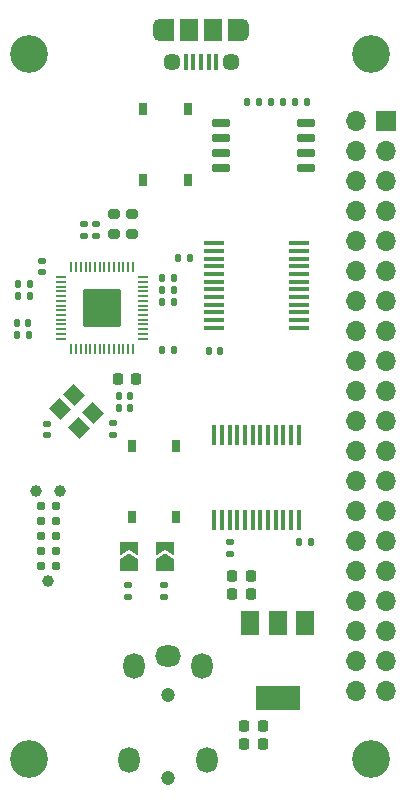
<source format=gbr>
%TF.GenerationSoftware,KiCad,Pcbnew,(6.0.4)*%
%TF.CreationDate,2022-04-15T12:14:50+02:00*%
%TF.ProjectId,rp2040_magslide_controller,72703230-3430-45f6-9d61-67736c696465,rev?*%
%TF.SameCoordinates,Original*%
%TF.FileFunction,Soldermask,Top*%
%TF.FilePolarity,Negative*%
%FSLAX46Y46*%
G04 Gerber Fmt 4.6, Leading zero omitted, Abs format (unit mm)*
G04 Created by KiCad (PCBNEW (6.0.4)) date 2022-04-15 12:14:50*
%MOMM*%
%LPD*%
G01*
G04 APERTURE LIST*
G04 Aperture macros list*
%AMRoundRect*
0 Rectangle with rounded corners*
0 $1 Rounding radius*
0 $2 $3 $4 $5 $6 $7 $8 $9 X,Y pos of 4 corners*
0 Add a 4 corners polygon primitive as box body*
4,1,4,$2,$3,$4,$5,$6,$7,$8,$9,$2,$3,0*
0 Add four circle primitives for the rounded corners*
1,1,$1+$1,$2,$3*
1,1,$1+$1,$4,$5*
1,1,$1+$1,$6,$7*
1,1,$1+$1,$8,$9*
0 Add four rect primitives between the rounded corners*
20,1,$1+$1,$2,$3,$4,$5,0*
20,1,$1+$1,$4,$5,$6,$7,0*
20,1,$1+$1,$6,$7,$8,$9,0*
20,1,$1+$1,$8,$9,$2,$3,0*%
%AMRotRect*
0 Rectangle, with rotation*
0 The origin of the aperture is its center*
0 $1 length*
0 $2 width*
0 $3 Rotation angle, in degrees counterclockwise*
0 Add horizontal line*
21,1,$1,$2,0,0,$3*%
%AMFreePoly0*
4,1,6,0.500000,-0.750000,-0.650000,-0.750000,-0.150000,0.000000,-0.650000,0.750000,0.500000,0.750000,0.500000,-0.750000,0.500000,-0.750000,$1*%
%AMFreePoly1*
4,1,6,1.000000,0.000000,0.500000,-0.750000,-0.500000,-0.750000,-0.500000,0.750000,0.500000,0.750000,1.000000,0.000000,1.000000,0.000000,$1*%
G04 Aperture macros list end*
%ADD10RoundRect,0.150000X-0.650000X-0.150000X0.650000X-0.150000X0.650000X0.150000X-0.650000X0.150000X0*%
%ADD11RoundRect,0.140000X0.140000X0.170000X-0.140000X0.170000X-0.140000X-0.170000X0.140000X-0.170000X0*%
%ADD12RoundRect,0.225000X0.225000X0.250000X-0.225000X0.250000X-0.225000X-0.250000X0.225000X-0.250000X0*%
%ADD13RotRect,1.400000X1.200000X135.000000*%
%ADD14R,1.750000X0.450000*%
%ADD15RoundRect,0.140000X-0.140000X-0.170000X0.140000X-0.170000X0.140000X0.170000X-0.140000X0.170000X0*%
%ADD16O,1.700000X1.700000*%
%ADD17R,1.700000X1.700000*%
%ADD18R,0.450000X1.750000*%
%ADD19O,1.800000X2.200000*%
%ADD20O,2.200000X1.800000*%
%ADD21C,1.200000*%
%ADD22R,1.200000X1.900000*%
%ADD23O,1.200000X1.900000*%
%ADD24R,1.500000X1.900000*%
%ADD25C,1.450000*%
%ADD26R,0.400000X1.350000*%
%ADD27RoundRect,0.225000X-0.225000X-0.250000X0.225000X-0.250000X0.225000X0.250000X-0.225000X0.250000X0*%
%ADD28RoundRect,0.135000X0.185000X-0.135000X0.185000X0.135000X-0.185000X0.135000X-0.185000X-0.135000X0*%
%ADD29RoundRect,0.140000X0.170000X-0.140000X0.170000X0.140000X-0.170000X0.140000X-0.170000X-0.140000X0*%
%ADD30FreePoly0,90.000000*%
%ADD31FreePoly1,90.000000*%
%ADD32C,3.200000*%
%ADD33R,0.750000X1.000000*%
%ADD34RoundRect,0.135000X-0.135000X-0.185000X0.135000X-0.185000X0.135000X0.185000X-0.135000X0.185000X0*%
%ADD35RoundRect,0.200000X0.275000X-0.200000X0.275000X0.200000X-0.275000X0.200000X-0.275000X-0.200000X0*%
%ADD36RoundRect,0.144000X-1.456000X-1.456000X1.456000X-1.456000X1.456000X1.456000X-1.456000X1.456000X0*%
%ADD37RoundRect,0.050000X-0.050000X-0.387500X0.050000X-0.387500X0.050000X0.387500X-0.050000X0.387500X0*%
%ADD38RoundRect,0.050000X-0.387500X-0.050000X0.387500X-0.050000X0.387500X0.050000X-0.387500X0.050000X0*%
%ADD39C,0.787400*%
%ADD40C,0.990600*%
%ADD41RoundRect,0.135000X-0.185000X0.135000X-0.185000X-0.135000X0.185000X-0.135000X0.185000X0.135000X0*%
%ADD42RoundRect,0.135000X0.135000X0.185000X-0.135000X0.185000X-0.135000X-0.185000X0.135000X-0.185000X0*%
%ADD43R,1.500000X2.000000*%
%ADD44R,3.800000X2.000000*%
G04 APERTURE END LIST*
D10*
%TO.C,U1*%
X180854800Y-87350600D03*
X180854800Y-88620600D03*
X180854800Y-89890600D03*
X180854800Y-91160600D03*
X188054800Y-91160600D03*
X188054800Y-89890600D03*
X188054800Y-88620600D03*
X188054800Y-87350600D03*
%TD*%
D11*
%TO.C,C14*%
X164586800Y-104269600D03*
X163626800Y-104269600D03*
%TD*%
D12*
%TO.C,C6*%
X184417000Y-138430000D03*
X182867000Y-138430000D03*
%TD*%
%TO.C,C2*%
X183401000Y-125730000D03*
X181851000Y-125730000D03*
%TD*%
%TO.C,C3*%
X183401000Y-127254000D03*
X181851000Y-127254000D03*
%TD*%
D13*
%TO.C,Y1*%
X170034858Y-111936777D03*
X168479223Y-110381142D03*
X167277142Y-111583223D03*
X168832777Y-113138858D03*
%TD*%
D14*
%TO.C,U5*%
X187496000Y-104667000D03*
X187496000Y-104017000D03*
X187496000Y-103367000D03*
X187496000Y-102717000D03*
X187496000Y-102067000D03*
X187496000Y-101417000D03*
X187496000Y-100767000D03*
X187496000Y-100117000D03*
X187496000Y-99467000D03*
X187496000Y-98817000D03*
X187496000Y-98167000D03*
X187496000Y-97517000D03*
X180296000Y-97517000D03*
X180296000Y-98167000D03*
X180296000Y-98817000D03*
X180296000Y-99467000D03*
X180296000Y-100117000D03*
X180296000Y-100767000D03*
X180296000Y-101417000D03*
X180296000Y-102067000D03*
X180296000Y-102717000D03*
X180296000Y-103367000D03*
X180296000Y-104017000D03*
X180296000Y-104667000D03*
%TD*%
D15*
%TO.C,C18*%
X179860000Y-106680000D03*
X180820000Y-106680000D03*
%TD*%
D16*
%TO.C,J4*%
X192298000Y-135412000D03*
X194838000Y-135412000D03*
X192298000Y-132872000D03*
X194838000Y-132872000D03*
X192298000Y-130332000D03*
X194838000Y-130332000D03*
X192298000Y-127792000D03*
X194838000Y-127792000D03*
X192298000Y-125252000D03*
X194838000Y-125252000D03*
X192298000Y-122712000D03*
X194838000Y-122712000D03*
X192298000Y-120172000D03*
X194838000Y-120172000D03*
X192298000Y-117632000D03*
X194838000Y-117632000D03*
X192298000Y-115092000D03*
X194838000Y-115092000D03*
X192298000Y-112552000D03*
X194838000Y-112552000D03*
X192298000Y-110012000D03*
X194838000Y-110012000D03*
X192298000Y-107472000D03*
X194838000Y-107472000D03*
X192298000Y-104932000D03*
X194838000Y-104932000D03*
X192298000Y-102392000D03*
X194838000Y-102392000D03*
X192298000Y-99852000D03*
X194838000Y-99852000D03*
X192298000Y-97312000D03*
X194838000Y-97312000D03*
X192298000Y-94772000D03*
X194838000Y-94772000D03*
X192298000Y-92232000D03*
X194838000Y-92232000D03*
X192298000Y-89692000D03*
X194838000Y-89692000D03*
X192298000Y-87152000D03*
D17*
X194838000Y-87152000D03*
%TD*%
D18*
%TO.C,U4*%
X187471000Y-113748000D03*
X186821000Y-113748000D03*
X186171000Y-113748000D03*
X185521000Y-113748000D03*
X184871000Y-113748000D03*
X184221000Y-113748000D03*
X183571000Y-113748000D03*
X182921000Y-113748000D03*
X182271000Y-113748000D03*
X181621000Y-113748000D03*
X180971000Y-113748000D03*
X180321000Y-113748000D03*
X180321000Y-120948000D03*
X180971000Y-120948000D03*
X181621000Y-120948000D03*
X182271000Y-120948000D03*
X182921000Y-120948000D03*
X183571000Y-120948000D03*
X184221000Y-120948000D03*
X184871000Y-120948000D03*
X185521000Y-120948000D03*
X186171000Y-120948000D03*
X186821000Y-120948000D03*
X187471000Y-120948000D03*
%TD*%
D19*
%TO.C,J2*%
X179703000Y-141278000D03*
X173103000Y-141278000D03*
X179253000Y-133278000D03*
X173553000Y-133278000D03*
D20*
X176403000Y-132478000D03*
D21*
X176403000Y-135778000D03*
X176403000Y-142778000D03*
%TD*%
D22*
%TO.C,J1*%
X182097000Y-79483700D03*
D23*
X175697000Y-79483700D03*
D24*
X180197000Y-79483700D03*
D23*
X182697000Y-79483700D03*
D25*
X181697000Y-82183700D03*
D22*
X176297000Y-79483700D03*
D24*
X178197000Y-79483700D03*
D25*
X176697000Y-82183700D03*
D26*
X177897000Y-82183700D03*
X178547000Y-82183700D03*
X179197000Y-82183700D03*
X179847000Y-82183700D03*
X180497000Y-82183700D03*
%TD*%
D27*
%TO.C,C9*%
X172125000Y-109000000D03*
X173675000Y-109000000D03*
%TD*%
D28*
%TO.C,R1*%
X176022000Y-127477000D03*
X176022000Y-126457000D03*
%TD*%
D29*
%TO.C,C15*%
X169291000Y-96873000D03*
X169291000Y-95913000D03*
%TD*%
D30*
%TO.C,JP2*%
X173102000Y-123354000D03*
D31*
X173102000Y-124804000D03*
%TD*%
D32*
%TO.C,H4*%
X193548000Y-81534000D03*
%TD*%
D29*
%TO.C,C4*%
X166116000Y-113764000D03*
X166116000Y-112804000D03*
%TD*%
D15*
%TO.C,C13*%
X175923000Y-102489000D03*
X176883000Y-102489000D03*
%TD*%
%TO.C,C20*%
X175923000Y-100457000D03*
X176883000Y-100457000D03*
%TD*%
D33*
%TO.C,SW1*%
X174299400Y-86172100D03*
X174299400Y-92172100D03*
X178049400Y-86172100D03*
X178049400Y-92172100D03*
%TD*%
D34*
%TO.C,R5*%
X163699000Y-101981000D03*
X164719000Y-101981000D03*
%TD*%
D15*
%TO.C,C8*%
X172240000Y-111455200D03*
X173200000Y-111455200D03*
%TD*%
D32*
%TO.C,H1*%
X164592000Y-81534000D03*
%TD*%
D34*
%TO.C,R2*%
X183083200Y-85559000D03*
X184103200Y-85559000D03*
%TD*%
D11*
%TO.C,C17*%
X164614800Y-105285600D03*
X163654800Y-105285600D03*
%TD*%
D35*
%TO.C,R9*%
X173355000Y-96710000D03*
X173355000Y-95060000D03*
%TD*%
D32*
%TO.C,H2*%
X193548000Y-141224000D03*
%TD*%
%TO.C,H3*%
X164592000Y-141224000D03*
%TD*%
D34*
%TO.C,R4*%
X185115200Y-85547200D03*
X186135200Y-85547200D03*
%TD*%
D15*
%TO.C,C19*%
X187530800Y-122834400D03*
X188490800Y-122834400D03*
%TD*%
D36*
%TO.C,U3*%
X170815000Y-102997000D03*
D37*
X168215000Y-99559500D03*
X168615000Y-99559500D03*
X169015000Y-99559500D03*
X169415000Y-99559500D03*
X169815000Y-99559500D03*
X170215000Y-99559500D03*
X170615000Y-99559500D03*
X171015000Y-99559500D03*
X171415000Y-99559500D03*
X171815000Y-99559500D03*
X172215000Y-99559500D03*
X172615000Y-99559500D03*
X173015000Y-99559500D03*
X173415000Y-99559500D03*
D38*
X174252500Y-100397000D03*
X174252500Y-100797000D03*
X174252500Y-101197000D03*
X174252500Y-101597000D03*
X174252500Y-101997000D03*
X174252500Y-102397000D03*
X174252500Y-102797000D03*
X174252500Y-103197000D03*
X174252500Y-103597000D03*
X174252500Y-103997000D03*
X174252500Y-104397000D03*
X174252500Y-104797000D03*
X174252500Y-105197000D03*
X174252500Y-105597000D03*
D37*
X173415000Y-106434500D03*
X173015000Y-106434500D03*
X172615000Y-106434500D03*
X172215000Y-106434500D03*
X171815000Y-106434500D03*
X171415000Y-106434500D03*
X171015000Y-106434500D03*
X170615000Y-106434500D03*
X170215000Y-106434500D03*
X169815000Y-106434500D03*
X169415000Y-106434500D03*
X169015000Y-106434500D03*
X168615000Y-106434500D03*
X168215000Y-106434500D03*
D38*
X167377500Y-105597000D03*
X167377500Y-105197000D03*
X167377500Y-104797000D03*
X167377500Y-104397000D03*
X167377500Y-103997000D03*
X167377500Y-103597000D03*
X167377500Y-103197000D03*
X167377500Y-102797000D03*
X167377500Y-102397000D03*
X167377500Y-101997000D03*
X167377500Y-101597000D03*
X167377500Y-101197000D03*
X167377500Y-100797000D03*
X167377500Y-100397000D03*
%TD*%
D39*
%TO.C,J3*%
X165608000Y-124841000D03*
X165608000Y-123571000D03*
X165608000Y-122301000D03*
X165608000Y-121031000D03*
X165608000Y-119761000D03*
X166878000Y-119761000D03*
X166878000Y-121031000D03*
X166878000Y-122301000D03*
X166878000Y-123571000D03*
X166878000Y-124841000D03*
D40*
X166243000Y-126111000D03*
X167259000Y-118491000D03*
X165227000Y-118491000D03*
%TD*%
D41*
%TO.C,R10*%
X181610000Y-122832400D03*
X181610000Y-123852400D03*
%TD*%
D34*
%TO.C,R6*%
X163699000Y-100965000D03*
X164719000Y-100965000D03*
%TD*%
D15*
%TO.C,C1*%
X187191800Y-85559000D03*
X188151800Y-85559000D03*
%TD*%
D35*
%TO.C,R8*%
X171831000Y-96710000D03*
X171831000Y-95060000D03*
%TD*%
D12*
%TO.C,C7*%
X184417000Y-139954000D03*
X182867000Y-139954000D03*
%TD*%
D15*
%TO.C,C10*%
X172240000Y-110439200D03*
X173200000Y-110439200D03*
%TD*%
D42*
%TO.C,R11*%
X178259200Y-98806000D03*
X177239200Y-98806000D03*
%TD*%
D43*
%TO.C,U2*%
X187974000Y-129692000D03*
X185674000Y-129692000D03*
D44*
X185674000Y-135992000D03*
D43*
X183374000Y-129692000D03*
%TD*%
D15*
%TO.C,C12*%
X175923000Y-101473000D03*
X176883000Y-101473000D03*
%TD*%
D29*
%TO.C,C11*%
X170307000Y-96873000D03*
X170307000Y-95913000D03*
%TD*%
D33*
%TO.C,SW2*%
X177084200Y-120685500D03*
X177084200Y-114685500D03*
X173334200Y-120685500D03*
X173334200Y-114685500D03*
%TD*%
D29*
%TO.C,C5*%
X171704000Y-113736000D03*
X171704000Y-112776000D03*
%TD*%
D28*
%TO.C,R3*%
X172974000Y-127477000D03*
X172974000Y-126457000D03*
%TD*%
D29*
%TO.C,C16*%
X165735000Y-99949000D03*
X165735000Y-98989000D03*
%TD*%
D42*
%TO.C,R7*%
X176913000Y-106553000D03*
X175893000Y-106553000D03*
%TD*%
D30*
%TO.C,JP1*%
X176126000Y-123340000D03*
D31*
X176126000Y-124790000D03*
%TD*%
M02*

</source>
